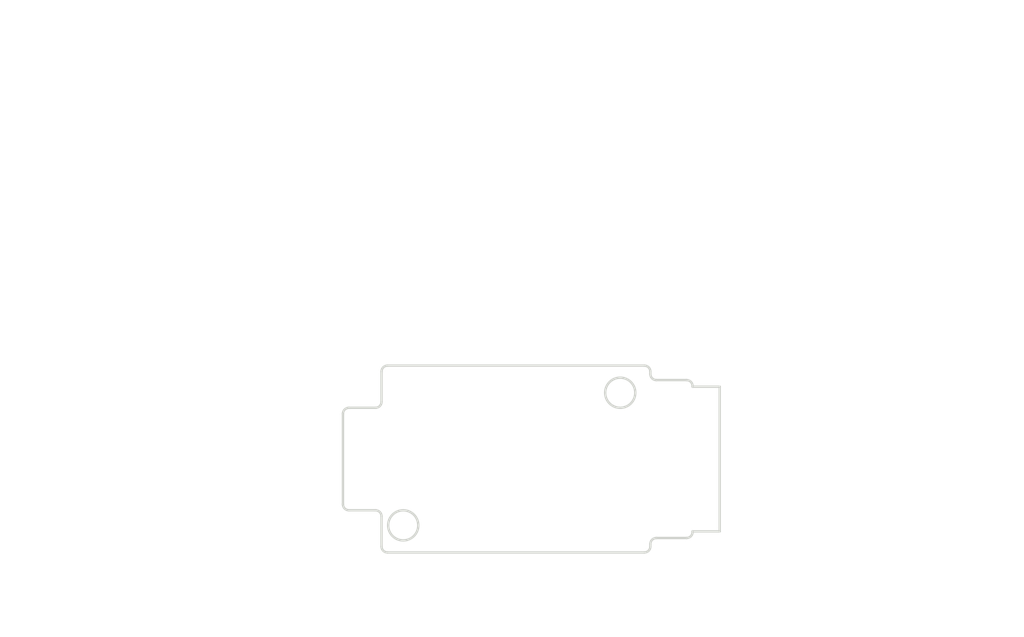
<source format=kicad_pcb>
(kicad_pcb (version 20221018) (generator pcbnew)

  (general
    (thickness 1.6)
  )

  (paper "A4")
  (layers
    (0 "F.Cu" signal)
    (31 "B.Cu" signal)
    (32 "B.Adhes" user "B.Adhesive")
    (33 "F.Adhes" user "F.Adhesive")
    (34 "B.Paste" user)
    (35 "F.Paste" user)
    (36 "B.SilkS" user "B.Silkscreen")
    (37 "F.SilkS" user "F.Silkscreen")
    (38 "B.Mask" user)
    (39 "F.Mask" user)
    (40 "Dwgs.User" user "User.Drawings")
    (41 "Cmts.User" user "User.Comments")
    (42 "Eco1.User" user "User.Eco1")
    (43 "Eco2.User" user "User.Eco2")
    (44 "Edge.Cuts" user)
    (45 "Margin" user)
    (46 "B.CrtYd" user "B.Courtyard")
    (47 "F.CrtYd" user "F.Courtyard")
    (48 "B.Fab" user)
    (49 "F.Fab" user)
  )

  (setup
    (pad_to_mask_clearance 0.051)
    (solder_mask_min_width 0.25)
    (pcbplotparams
      (layerselection 0x00010fc_ffffffff)
      (plot_on_all_layers_selection 0x0000000_00000000)
      (disableapertmacros false)
      (usegerberextensions false)
      (usegerberattributes false)
      (usegerberadvancedattributes false)
      (creategerberjobfile false)
      (dashed_line_dash_ratio 12.000000)
      (dashed_line_gap_ratio 3.000000)
      (svgprecision 4)
      (plotframeref false)
      (viasonmask false)
      (mode 1)
      (useauxorigin false)
      (hpglpennumber 1)
      (hpglpenspeed 20)
      (hpglpendiameter 15.000000)
      (dxfpolygonmode true)
      (dxfimperialunits true)
      (dxfusepcbnewfont true)
      (psnegative false)
      (psa4output false)
      (plotreference true)
      (plotvalue true)
      (plotinvisibletext false)
      (sketchpadsonfab false)
      (subtractmaskfromsilk false)
      (outputformat 1)
      (mirror false)
      (drillshape 1)
      (scaleselection 1)
      (outputdirectory "")
    )
  )

  (net 0 "")

  (gr_line (start 158.825012 77.386606) (end 158.825012 59.088685)
    (stroke (width 0.2) (type solid)) (layer "Dwgs.User") (tstamp 1570e10b-3ffd-4c8f-94b4-81f8350d72d8))
  (gr_line (start 135.325012 67.050643) (end 145.709935 67.050643)
    (stroke (width 0.2) (type solid)) (layer "Dwgs.User") (tstamp 1df1f05f-4f55-4f2c-b25f-c8ed85bbdedb))
  (gr_line (start 185.792286 79.886606) (end 185.792286 82.079171)
    (stroke (width 0.2) (type solid)) (layer "Dwgs.User") (tstamp 2091e022-e947-4fb3-aa1a-0fb4b18cf4ad))
  (gr_line (start 132.825012 89.886606) (end 106.134372 89.886606)
    (stroke (width 0.2) (type solid)) (layer "Dwgs.User") (tstamp 22c6fb7b-ced5-4daa-bad1-26139bc0db1f))
  (gr_line (start 133.325012 80.886606) (end 133.325012 54.056241)
    (stroke (width 0.2) (type solid)) (layer "Dwgs.User") (tstamp 323b819d-6f27-410f-a9e8-a41c83dfeb56))
  (gr_line (start 133.325012 80.886606) (end 133.325012 69.333775)
    (stroke (width 0.2) (type solid)) (layer "Dwgs.User") (tstamp 34591255-803d-472a-b790-e71be69284da))
  (gr_line (start 136.025012 77.886606) (end 114.282344 77.886606)
    (stroke (width 0.2) (type solid)) (layer "Dwgs.User") (tstamp 398b1681-17cc-4f2a-8844-a04591f6932c))
  (gr_line (start 114.950791 82.136606) (end 114.950791 89.136606)
    (stroke (width 0.2) (type solid)) (layer "Dwgs.User") (tstamp 3e60706b-c144-4d32-b402-81efd5c9a019))
  (gr_line (start 136.525012 77.386606) (end 136.525012 69.333775)
    (stroke (width 0.2) (type solid)) (layer "Dwgs.User") (tstamp 4069eaa5-f1f4-493b-9fd5-a8ad4e17fe69))
  (gr_line (start 162.575012 50.835717) (end 145.80183 50.835717)
    (stroke (width 0.2) (type solid)) (layer "Dwgs.User") (tstamp 4bd75aa5-8a4a-49fc-86c3-311a96530aa8))
  (gr_line (start 109.309372 87.886606) (end 109.309372 83.386606)
    (stroke (width 0.2) (type solid)) (layer "Dwgs.User") (tstamp 5115574f-3ed7-40bc-808d-42d29079ae9a))
  (gr_line (start 114.950791 97.108939) (end 112.950791 97.108939)
    (stroke (width 0.2) (type solid)) (layer "Dwgs.User") (tstamp 52bee8e0-ef58-4084-9b05-26ee001f3cd9))
  (gr_line (start 136.525012 77.386606) (end 136.525012 59.088685)
    (stroke (width 0.2) (type solid)) (layer "Dwgs.User") (tstamp 5abb8c95-47c9-47ef-a5b3-b831aafdda1f))
  (gr_line (start 160.325012 57.231241) (end 156.42981 57.231241)
    (stroke (width 0.2) (type solid)) (layer "Dwgs.User") (tstamp 5b090841-1646-49a9-ae31-a51b7589c374))
  (gr_line (start 154.325012 67.050643) (end 153.799158 67.050643)
    (stroke (width 0.2) (type solid)) (layer "Dwgs.User") (tstamp 5fa641cb-c0be-4db7-9187-72acfb24d358))
  (gr_line (start 138.235012 91.136606) (end 138.415012 91.136606)
    (stroke (width 0.2) (type solid)) (layer "Dwgs.User") (tstamp 65cee58c-a87d-45fe-8d80-087efbd639de))
  (gr_line (start 168.090651 81.636606) (end 168.090651 82.08265)
    (stroke (width 0.2) (type solid)) (layer "Dwgs.User") (tstamp 667cf012-bff1-495c-8560-38c11f681e18))
  (gr_line (start 165.575012 91.636606) (end 171.265651 91.636606)
    (stroke (width 0.2) (type solid)) (layer "Dwgs.User") (tstamp 678955b9-93cf-44d9-812a-cd915d2967a4))
  (gr_line (start 137.325012 91.136606) (end 111.775791 91.136606)
    (stroke (width 0.2) (type solid)) (layer "Dwgs.User") (tstamp 6c525b98-c271-45cb-a53a-7c146a68e6a3))
  (gr_line (start 117.457344 82.136606) (end 117.457344 84.136606)
    (stroke (width 0.2) (type solid)) (layer "Dwgs.User") (tstamp 6d95faa4-38be-411d-8961-7b1f0cb5a35d))
  (gr_line (start 133.325012 80.886606) (end 133.325012 63.875643)
    (stroke (width 0.2) (type solid)) (layer "Dwgs.User") (tstamp 6e4bdf34-0cd8-4583-a7e1-dd82a7c0b730))
  (gr_line (start 138.525012 72.508775) (end 141.104636 72.508775)
    (stroke (width 0.2) (type solid)) (layer "Dwgs.User") (tstamp 70f6fcd9-4668-45a8-bba0-004136145430))
  (gr_line (start 168.090651 89.636606) (end 168.090651 89.190563)
    (stroke (width 0.2) (type solid)) (layer "Dwgs.User") (tstamp 797da7e2-bcfa-419a-a7fb-21af61b27d06))
  (gr_line (start 117.457344 75.886606) (end 117.457344 71.603938)
    (stroke (width 0.2) (type solid)) (layer "Dwgs.User") (tstamp 7bcb612f-4f32-4469-acbe-f33603a12491))
  (gr_line (start 155.325012 80.136606) (end 114.282344 80.136606)
    (stroke (width 0.2) (type solid)) (layer "Dwgs.User") (tstamp 8cb7de19-79a9-47cb-9dec-5c90fef1e66f))
  (gr_line (start 165.575012 79.636606) (end 171.265651 79.636606)
    (stroke (width 0.2) (type solid)) (layer "Dwgs.User") (tstamp 9ab93cd0-4598-4de4-ad10-2b86098187b9))
  (gr_line (start 156.825012 62.263685) (end 147.327828 62.263685)
    (stroke (width 0.2) (type solid)) (layer "Dwgs.User") (tstamp 9ef96cc9-a775-452c-835b-84144147a891))
  (gr_line (start 185.792286 91.386606) (end 185.792286 89.194041)
    (stroke (width 0.2) (type solid)) (layer "Dwgs.User") (tstamp a84152d8-0265-4965-81e0-6277b49031e0))
  (gr_line (start 132.825012 81.386606) (end 106.134372 81.386606)
    (stroke (width 0.2) (type solid)) (layer "Dwgs.User") (tstamp a84ffeed-55d8-44c6-9c7e-01d7f1ae715b))
  (gr_line (start 143.393366 97.666097) (end 140.317834 93.703932)
    (stroke (width 0.2) (type solid)) (layer "Dwgs.User") (tstamp abb8fc73-43e6-43b9-9e81-ff3af9e9e67b))
  (gr_line (start 162.825012 79.086606) (end 181.273438 79.086606)
    (stroke (width 0.2) (type solid)) (layer "Dwgs.User") (tstamp ac0a8799-9a78-4af9-9d80-7b854b83209a))
  (gr_line (start 145.393366 97.666097) (end 143.393366 97.666097)
    (stroke (width 0.2) (type solid)) (layer "Dwgs.User") (tstamp b16079ef-8e9a-414f-99b3-eb8b38439373))
  (gr_line (start 164.575012 78.636606) (end 164.575012 47.660717)
    (stroke (width 0.2) (type solid)) (layer "Dwgs.User") (tstamp b54f253e-c908-4c29-9e04-064354c14a28))
  (gr_line (start 114.950791 91.136606) (end 114.950791 97.108939)
    (stroke (width 0.2) (type solid)) (layer "Dwgs.User") (tstamp bdf418ae-50ce-4ca0-837b-c2b9f0ff4d5d))
  (gr_line (start 131.325012 72.508775) (end 129.325012 72.508775)
    (stroke (width 0.2) (type solid)) (layer "Dwgs.User") (tstamp c04c68b6-516c-4a52-980c-a492117fa42d))
  (gr_line (start 159.325012 93.386606) (end 188.967286 93.386606)
    (stroke (width 0.2) (type solid)) (layer "Dwgs.User") (tstamp c480dbe7-3ba2-455d-a5ac-a24cd11d2532))
  (gr_line (start 133.325012 80.886606) (end 133.325012 47.660717)
    (stroke (width 0.2) (type solid)) (layer "Dwgs.User") (tstamp c6e68688-e6d0-40f4-9bd5-4204848e942f))
  (gr_line (start 109.309372 81.386606) (end 109.309372 75.414274)
    (stroke (width 0.2) (type solid)) (layer "Dwgs.User") (tstamp c72cbf8e-a12f-4a47-9971-528ca415b355))
  (gr_line (start 162.325012 78.586606) (end 162.325012 54.056241)
    (stroke (width 0.2) (type solid)) (layer "Dwgs.User") (tstamp c96e1415-ab13-472d-888c-2612fb609440))
  (gr_line (start 135.325012 57.231241) (end 148.340587 57.231241)
    (stroke (width 0.2) (type solid)) (layer "Dwgs.User") (tstamp cc425aed-2fee-4305-b79b-2a99610ecea6))
  (gr_line (start 138.325012 91.226606) (end 138.325012 91.046606)
    (stroke (width 0.2) (type solid)) (layer "Dwgs.User") (tstamp cf108d21-a27d-4d25-b5ee-f72b7fa4d8ff))
  (gr_line (start 138.525012 62.263685) (end 139.238605 62.263685)
    (stroke (width 0.2) (type solid)) (layer "Dwgs.User") (tstamp cf1d242e-6c43-4b54-9e56-05ae0a09e29c))
  (gr_line (start 109.309372 75.414274) (end 111.309372 75.414274)
    (stroke (width 0.2) (type solid)) (layer "Dwgs.User") (tstamp cf7b9d8f-f76f-4751-843b-95776b139555))
  (gr_line (start 162.825012 92.186606) (end 181.273438 92.186606)
    (stroke (width 0.2) (type solid)) (layer "Dwgs.User") (tstamp e0ff4131-2c4c-4dd3-bfe9-948417fb0192))
  (gr_line (start 135.325012 50.835717) (end 137.694054 50.835717)
    (stroke (width 0.2) (type solid)) (layer "Dwgs.User") (tstamp e2bae111-4e7e-4a27-a151-13a679f224e7))
  (gr_line (start 117.457344 71.603938) (end 119.457344 71.603938)
    (stroke (width 0.2) (type solid)) (layer "Dwgs.User") (tstamp ec35df0f-8dba-4a59-b63b-7aab13c51be9))
  (gr_line (start 178.098438 81.086606) (end 178.098438 81.510146)
    (stroke (width 0.2) (type solid)) (layer "Dwgs.User") (tstamp ee315478-3302-46bb-b23f-0da14e1f9213))
  (gr_line (start 159.325012 77.886606) (end 188.967286 77.886606)
    (stroke (width 0.2) (type solid)) (layer "Dwgs.User") (tstamp f1b988fa-36ba-4acf-9b86-d6c2514f4b4b))
  (gr_line (start 155.325012 80.136606) (end 111.775791 80.136606)
    (stroke (width 0.2) (type solid)) (layer "Dwgs.User") (tstamp f51a88fe-37f9-436e-ab1d-8c0de7d0b62d))
  (gr_line (start 178.098438 90.186606) (end 178.098438 88.626176)
    (stroke (width 0.2) (type solid)) (layer "Dwgs.User") (tstamp fa7f6980-0fe8-4b76-9eca-dfd6ad1ea544))
  (gr_line (start 156.325012 79.136606) (end 156.325012 63.875643)
    (stroke (width 0.2) (type solid)) (layer "Dwgs.User") (tstamp fcb16d30-45cc-41fb-b321-470874860e6c))
  (gr_line (start 136.525012 78.386606) (end 136.525012 80.886606)
    (stroke (width 0.2) (type solid)) (layer "Edge.Cuts") (tstamp 067e7158-1221-4c95-8939-a61aafe2606f))
  (gr_line (start 158.325012 77.886606) (end 137.025012 77.886606)
    (stroke (width 0.2) (type solid)) (layer "Edge.Cuts") (tstamp 068066cb-a091-4a97-ad0f-28dfd62d9ca6))
  (gr_circle (center 156.325012 80.136606) (end 157.575012 80.136606)
    (stroke (width 0.2) (type solid)) (fill none) (layer "Edge.Cuts") (tstamp 1716d658-45dc-492a-ae6f-f95ab350350e))
  (gr_line (start 162.325012 79.636606) (end 162.325012 79.586606)
    (stroke (width 0.2) (type solid)) (layer "Edge.Cuts") (tstamp 2a88f635-93f8-42b4-9272-1f40340c9367))
  (gr_line (start 162.325012 79.636606) (end 164.575012 79.636606)
    (stroke (width 0.2) (type solid)) (layer "Edge.Cuts") (tstamp 3dac09c8-a1ee-43f2-b00f-4c83a68009f7))
  (gr_line (start 161.825012 79.086606) (end 159.325012 79.086606)
    (stroke (width 0.2) (type solid)) (layer "Edge.Cuts") (tstamp 47ce7937-37f9-4e2a-983b-bddd4869e682))
  (gr_arc (start 136.025012 89.886606) (mid 136.378565 90.033053) (end 136.525012 90.386606)
    (stroke (width 0.2) (type solid)) (layer "Edge.Cuts") (tstamp 4964bfde-1e1b-451d-b5fb-650b7345ba6a))
  (gr_arc (start 133.325012 81.886606) (mid 133.471459 81.533053) (end 133.825012 81.386606)
    (stroke (width 0.2) (type solid)) (layer "Edge.Cuts") (tstamp 4b89ac48-e097-4e79-ab92-31e7c7e7caeb))
  (gr_arc (start 161.825012 79.086606) (mid 162.178565 79.233053) (end 162.325012 79.586606)
    (stroke (width 0.2) (type solid)) (layer "Edge.Cuts") (tstamp 6a2d3533-859d-4502-b4ff-27ab10bd3a6b))
  (gr_arc (start 133.825012 89.886606) (mid 133.471459 89.740159) (end 133.325012 89.386606)
    (stroke (width 0.2) (type solid)) (layer "Edge.Cuts") (tstamp 6d03e604-a447-4dce-8742-8ebf434be648))
  (gr_line (start 133.825012 89.886606) (end 136.025012 89.886606)
    (stroke (width 0.2) (type solid)) (layer "Edge.Cuts") (tstamp 72a36e87-3443-4133-bb83-986cbf51860a))
  (gr_arc (start 158.825012 92.686606) (mid 158.971459 92.333053) (end 159.325012 92.186606)
    (stroke (width 0.2) (type solid)) (layer "Edge.Cuts") (tstamp 7a4ee507-47ea-4189-a7e8-43cef6a847a0))
  (gr_arc (start 136.525012 80.886606) (mid 136.378565 81.240159) (end 136.025012 81.386606)
    (stroke (width 0.2) (type solid)) (layer "Edge.Cuts") (tstamp 81740170-06f1-4987-9772-f333c16c16fd))
  (gr_arc (start 162.325012 91.686606) (mid 162.178565 92.040159) (end 161.825012 92.186606)
    (stroke (width 0.2) (type solid)) (layer "Edge.Cuts") (tstamp 94d4e70a-6993-4080-beac-05c0f83fec2e))
  (gr_arc (start 137.025012 93.386606) (mid 136.671459 93.240159) (end 136.525012 92.886606)
    (stroke (width 0.2) (type solid)) (layer "Edge.Cuts") (tstamp 993d390e-0a4b-4282-b5ac-9d22e78be489))
  (gr_line (start 159.325012 92.186606) (end 161.825012 92.186606)
    (stroke (width 0.2) (type solid)) (layer "Edge.Cuts") (tstamp 9a9fd0f7-7d1a-4039-8d25-bfc9e47c25ce))
  (gr_line (start 158.825012 92.886606) (end 158.825012 92.686606)
    (stroke (width 0.2) (type solid)) (layer "Edge.Cuts") (tstamp b9d8cfda-7897-4b06-80d6-7262293532c2))
  (gr_circle (center 138.325012 91.136606) (end 139.575012 91.136606)
    (stroke (width 0.2) (type solid)) (fill none) (layer "Edge.Cuts") (tstamp baf6cfc6-f739-4f01-b7c3-da9f05dfb9dc))
  (gr_arc (start 136.525012 78.386606) (mid 136.671459 78.033053) (end 137.025012 77.886606)
    (stroke (width 0.2) (type solid)) (layer "Edge.Cuts") (tstamp bdf10f9a-d2a8-4414-be16-9fe26de53413))
  (gr_line (start 162.325012 91.686606) (end 162.325012 91.636606)
    (stroke (width 0.2) (type solid)) (layer "Edge.Cuts") (tstamp be368ffa-5c05-444d-bcbb-ac7d3cc0fdb5))
  (gr_arc (start 158.825012 92.886606) (mid 158.678565 93.240159) (end 158.325012 93.386606)
    (stroke (width 0.2) (type solid)) (layer "Edge.Cuts") (tstamp c63bf585-371a-4ea5-980d-c80cb3521092))
  (gr_arc (start 158.325012 77.886606) (mid 158.678565 78.033053) (end 158.825012 78.386606)
    (stroke (width 0.2) (type solid)) (layer "Edge.Cuts") (tstamp d495e08b-ea9a-4876-b661-6b6390564fe9))
  (gr_line (start 136.025012 81.386606) (end 133.825012 81.386606)
    (stroke (width 0.2) (type solid)) (layer "Edge.Cuts") (tstamp d6583d07-555d-4aeb-9457-78122d1649e1))
  (gr_arc (start 159.325012 79.086606) (mid 158.971459 78.940159) (end 158.825012 78.586606)
    (stroke (width 0.2) (type solid)) (layer "Edge.Cuts") (tstamp d70caae6-6d48-4263-9092-3ac686246f2a))
  (gr_line (start 158.825012 78.586606) (end 158.825012 78.386606)
    (stroke (width 0.2) (type solid)) (layer "Edge.Cuts") (tstamp dbf16a79-1b47-495a-bbe7-6ec81d1fbe13))
  (gr_line (start 136.525012 90.386606) (end 136.525012 92.886606)
    (stroke (width 0.2) (type solid)) (layer "Edge.Cuts") (tstamp e1fafdfe-7204-49ae-b4bf-5be439bfccfb))
  (gr_line (start 137.025012 93.386606) (end 158.325012 93.386606)
    (stroke (width 0.2) (type solid)) (layer "Edge.Cuts") (tstamp e464bea0-d0ca-44f0-89d4-ecbef442f336))
  (gr_line (start 133.325012 81.886606) (end 133.325012 89.386606)
    (stroke (width 0.2) (type solid)) (layer "Edge.Cuts") (tstamp e5e3b338-44b4-42d1-91a8-72c68cd36f2f))
  (gr_line (start 164.575012 91.636606) (end 162.325012 91.636606)
    (stroke (width 0.2) (type solid)) (layer "Edge.Cuts") (tstamp f8fd20ef-f42d-42bb-b6b7-97829ecffc1e))
  (gr_line (start 164.575012 79.636606) (end 164.575012 91.636606)
    (stroke (width 0.2) (type solid)) (layer "Edge.Cuts") (tstamp fa7c8b1c-fdb7-47bc-bd0d-1c6047987051))
  (gr_text "[1.23]" (at 141.747942 52.725178) (layer "Dwgs.User") (tstamp 166a4472-3988-41b4-9ef3-2e22368d4734)
    (effects (font (size 1.7 1.53) (thickness 0.2125)))
  )
  (gr_text " 13.10" (at 178.098438 83.399607) (layer "Dwgs.User") (tstamp 172b48c5-8644-4d39-a25c-f7ef95423313)
    (effects (font (size 1.7 1.53) (thickness 0.2125)))
  )
  (gr_text " 12.00" (at 168.090651 83.968632) (layer "Dwgs.User") (tstamp 1e76f72f-fb61-4ee7-8df6-20ee2ac1db3f)
    (effects (font (size 1.7 1.53) (thickness 0.2125)))
  )
  (gr_text "[.13]" (at 144.488845 74.398236) (layer "Dwgs.User") (tstamp 42338929-a2a7-40d0-8011-f74fd4436322)
    (effects (font (size 1.7 1.53) (thickness 0.2125)))
  )
  (gr_text " 29.00" (at 152.385199 55.563267) (layer "Dwgs.User") (tstamp 4c1890a5-7403-4818-bb03-0d1dddb785f1)
    (effects (font (size 1.7 1.53) (thickness 0.2125)))
  )
  (gr_text "[.43]" (at 108.906179 98.9984) (layer "Dwgs.User") (tstamp 5367bc2e-891d-4e2a-aa62-c3a04537742e)
    (effects (font (size 1.7 1.53) (thickness 0.2125)))
  )
  (gr_text " ∅2.50\n[∅0.10]" (at 149.930235 97.666097) (layer "Dwgs.User") (tstamp 588c234f-6fa8-457e-8ab9-1d3335d24ad1)
    (effects (font (size 1.7 1.53) (thickness 0.2125)))
  )
  (gr_text " 31.25" (at 141.747942 49.167163) (layer "Dwgs.User") (tstamp 6a5a535e-10fd-45d2-bf89-3807a8e698f8)
    (effects (font (size 1.7 1.53) (thickness 0.2125)))
  )
  (gr_text "[.33]" (at 114.693581 77.303735) (layer "Dwgs.User") (tstamp 6e14533a-394b-423f-8592-22700b7e7899)
    (effects (font (size 1.7 1.53) (thickness 0.2125)))
  )
  (gr_text " 15.50" (at 185.792286 83.968632) (layer "Dwgs.User") (tstamp 87818fb9-4c45-4a88-9217-8b490efcfa6c)
    (effects (font (size 1.7 1.53) (thickness 0.2125)))
  )
  (gr_text " 22.30" (at 143.283216 60.595131) (layer "Dwgs.User") (tstamp 8e7ba90c-0e28-4023-8333-a1c9c85788d4)
    (effects (font (size 1.7 1.53) (thickness 0.2125)))
  )
  (gr_text "[.09]" (at 122.85083 73.493399) (layer "Dwgs.User") (tstamp 91ed5c24-1abe-44ae-b7bd-c30fa4f594e1)
    (effects (font (size 1.7 1.53) (thickness 0.2125)))
  )
  (gr_text " 8.50" (at 114.693581 73.7463) (layer "Dwgs.User") (tstamp a0a26ebb-ef9d-46ad-a4a5-ff1a5afeff2e)
    (effects (font (size 1.7 1.53) (thickness 0.2125)))
  )
  (gr_text " 2.25" (at 122.85083 69.935963) (layer "Dwgs.User") (tstamp ad66920e-f5c0-41a3-b632-f20ff0123d09)
    (effects (font (size 1.7 1.53) (thickness 0.2125)))
  )
  (gr_text " 11.00" (at 108.906179 95.440964) (layer "Dwgs.User") (tstamp c04985df-e68f-4b2d-aa0d-0e2061899945)
    (effects (font (size 1.7 1.53) (thickness 0.2125)))
  )
  (gr_text "[1.14]" (at 152.385199 59.120702) (layer "Dwgs.User") (tstamp c89ce191-9539-4707-aae0-f0e65b2bad1a)
    (effects (font (size 1.7 1.53) (thickness 0.2125)))
  )
  (gr_text "[.91]" (at 149.754547 68.940104) (layer "Dwgs.User") (tstamp d8ac0051-483a-483a-9476-43060c850a8e)
    (effects (font (size 1.7 1.53) (thickness 0.2125)))
  )
  (gr_text " 23.00" (at 149.754547 65.382089) (layer "Dwgs.User") (tstamp db2459b8-9d68-493a-a236-448486bf22b7)
    (effects (font (size 1.7 1.53) (thickness 0.2125)))
  )
  (gr_text "[.88]" (at 143.283216 64.153146) (layer "Dwgs.User") (tstamp e5a43185-6a01-43f7-ae16-683e5e42fa57)
    (effects (font (size 1.7 1.53) (thickness 0.2125)))
  )
  (gr_text "[.52]" (at 178.098438 86.957622) (layer "Dwgs.User") (tstamp e7346585-80a2-4f12-8973-406d5bd8f512)
    (effects (font (size 1.7 1.53) (thickness 0.2125)))
  )
  (gr_text "[.61]" (at 185.792286 87.526067) (layer "Dwgs.User") (tstamp f0f81221-29e0-4608-a41d-3ee1c7bc01fe)
    (effects (font (size 1.7 1.53) (thickness 0.2125)))
  )
  (gr_text "[.47]" (at 168.090651 87.522588) (layer "Dwgs.User") (tstamp f154f2ea-9eb4-402e-9126-fe7526136f01)
    (effects (font (size 1.7 1.53) (thickness 0.2125)))
  )
  (gr_text " 3.20" (at 144.488845 70.840221) (layer "Dwgs.User") (tstamp f3ada596-23d0-47e0-9fcc-e8fa525f458a)
    (effects (font (size 1.7 1.53) (thickness 0.2125)))
  )

)

</source>
